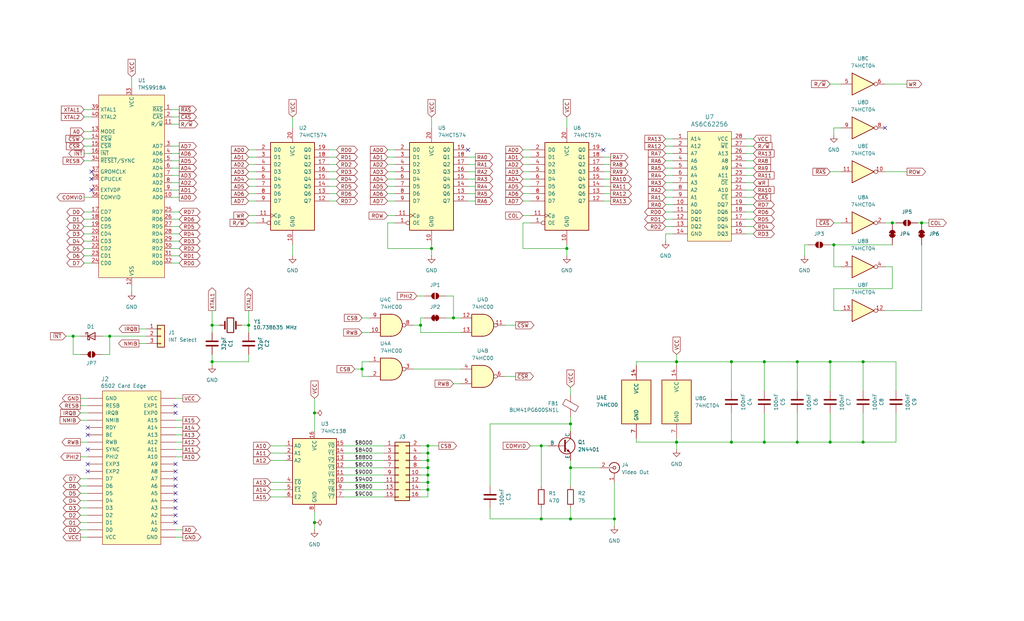
<source format=kicad_sch>
(kicad_sch (version 20231120) (generator "eeschema") (generator_version "8.0")
  (paper "USLegal")
  (title_block (title "6502 Video Card") (date "2024-07-01") (rev "1.0") (company "A.C. Wright Design"))
  (junction (at 254 153.67))
  (junction (at 265.43 153.67))
  (junction (at 148.59 162.56))
  (junction (at 276.86 125.73))
  (junction (at 149.86 86.36))
  (junction (at 109.22 143.51))
  (junction (at 309.88 77.47))
  (junction (at 198.12 180.34))
  (junction (at 276.86 153.67))
  (junction (at 289.56 85.09))
  (junction (at 187.96 180.34))
  (junction (at 198.12 162.56))
  (junction (at 157.48 110.49))
  (junction (at 320.04 77.47))
  (junction (at 148.59 167.64))
  (junction (at 288.29 153.67))
  (junction (at 146.05 113.03))
  (junction (at 73.66 125.73))
  (junction (at 86.36 113.03))
  (junction (at 234.95 153.67))
  (junction (at 254 125.73))
  (junction (at 148.59 165.1))
  (junction (at 198.12 147.32))
  (junction (at 288.29 125.73))
  (junction (at 196.85 86.36))
  (junction (at 299.72 125.73))
  (junction (at 299.72 153.67))
  (junction (at 265.43 125.73))
  (junction (at 148.59 170.18))
  (junction (at 234.95 125.73))
  (junction (at 25.4 116.84))
  (junction (at 73.66 113.03))
  (junction (at 125.73 128.27))
  (junction (at 187.96 154.94))
  (junction (at 38.1 116.84))
  (junction (at 148.59 160.02))
  (junction (at 213.36 180.34))
  (junction (at 148.59 157.48))
  (junction (at 148.59 154.94))
  (junction (at 109.22 181.61))
  (no_connect (at 31.75 59.69))
  (no_connect (at 60.96 179.07))
  (no_connect (at 162.56 52.07))
  (no_connect (at 60.96 163.83))
  (no_connect (at 30.48 163.83))
  (no_connect (at 30.48 151.13))
  (no_connect (at 30.48 148.59))
  (no_connect (at 60.96 166.37))
  (no_connect (at 60.96 173.99))
  (no_connect (at 60.96 168.91))
  (no_connect (at 31.75 66.04))
  (no_connect (at 30.48 156.21))
  (no_connect (at 307.34 44.45))
  (no_connect (at 60.96 181.61))
  (no_connect (at 60.96 176.53))
  (no_connect (at 30.48 161.29))
  (no_connect (at 209.55 52.07))
  (no_connect (at 60.96 143.51))
  (no_connect (at 60.96 140.97))
  (no_connect (at 60.96 171.45))
  (no_connect (at 31.75 62.23))
  (no_connect (at 60.96 161.29))
  (wire (pts (xy 146.05 110.49) (xy 146.05 113.03)))
  (wire (pts (xy 134.62 74.93) (xy 137.16 74.93)))
  (wire (pts (xy 29.21 68.58) (xy 31.75 68.58)))
  (wire (pts (xy 307.34 77.47) (xy 309.88 77.47)))
  (wire (pts (xy 59.69 86.36) (xy 62.23 86.36)))
  (wire (pts (xy 162.56 67.31) (xy 165.1 67.31)))
  (wire (pts (xy 148.59 162.56) (xy 148.59 160.02)))
  (wire (pts (xy 209.55 59.69) (xy 212.09 59.69)))
  (wire (pts (xy 29.21 48.26) (xy 31.75 48.26)))
  (wire (pts (xy 59.69 66.04) (xy 62.23 66.04)))
  (wire (pts (xy 59.69 43.18) (xy 62.23 43.18)))
  (wire (pts (xy 119.38 172.72) (xy 133.35 172.72)))
  (wire (pts (xy 209.55 69.85) (xy 212.09 69.85)))
  (wire (pts (xy 114.3 67.31) (xy 116.84 67.31)))
  (wire (pts (xy 231.14 68.58) (xy 233.68 68.58)))
  (wire (pts (xy 162.56 62.23) (xy 165.1 62.23)))
  (wire (pts (xy 149.86 40.64) (xy 149.86 44.45)))
  (wire (pts (xy 289.56 92.71) (xy 292.1 92.71)))
  (wire (pts (xy 59.69 53.34) (xy 62.23 53.34)))
  (wire (pts (xy 198.12 176.53) (xy 198.12 180.34)))
  (wire (pts (xy 276.86 153.67) (xy 265.43 153.67)))
  (wire (pts (xy 148.59 172.72) (xy 148.59 170.18)))
  (wire (pts (xy 93.98 157.48) (xy 99.06 157.48)))
  (wire (pts (xy 149.86 86.36) (xy 149.86 88.9)))
  (wire (pts (xy 289.56 77.47) (xy 292.1 77.47)))
  (wire (pts (xy 292.1 44.45) (xy 289.56 44.45)))
  (wire (pts (xy 27.94 184.15) (xy 30.48 184.15)))
  (wire (pts (xy 27.94 171.45) (xy 30.48 171.45)))
  (wire (pts (xy 101.6 40.64) (xy 101.6 44.45)))
  (wire (pts (xy 234.95 152.4) (xy 234.95 153.67)))
  (wire (pts (xy 181.61 77.47) (xy 181.61 86.36)))
  (wire (pts (xy 86.36 113.03) (xy 86.36 115.57)))
  (wire (pts (xy 86.36 67.31) (xy 88.9 67.31)))
  (wire (pts (xy 60.96 153.67) (xy 63.5 153.67)))
  (wire (pts (xy 60.96 148.59) (xy 63.5 148.59)))
  (wire (pts (xy 289.56 107.95) (xy 292.1 107.95)))
  (wire (pts (xy 299.72 125.73) (xy 288.29 125.73)))
  (wire (pts (xy 279.4 85.09) (xy 279.4 88.9)))
  (wire (pts (xy 22.86 116.84) (xy 25.4 116.84)))
  (wire (pts (xy 288.29 125.73) (xy 288.29 135.89)))
  (wire (pts (xy 125.73 125.73) (xy 125.73 128.27)))
  (wire (pts (xy 181.61 74.93) (xy 184.15 74.93)))
  (wire (pts (xy 311.15 143.51) (xy 311.15 153.67)))
  (wire (pts (xy 148.59 165.1) (xy 148.59 162.56)))
  (wire (pts (xy 29.21 45.72) (xy 31.75 45.72)))
  (wire (pts (xy 109.22 181.61) (xy 109.22 184.15)))
  (wire (pts (xy 309.88 92.71) (xy 309.88 100.33)))
  (wire (pts (xy 86.36 64.77) (xy 88.9 64.77)))
  (wire (pts (xy 134.62 59.69) (xy 137.16 59.69)))
  (wire (pts (xy 265.43 125.73) (xy 265.43 135.89)))
  (wire (pts (xy 299.72 153.67) (xy 311.15 153.67)))
  (wire (pts (xy 311.15 125.73) (xy 311.15 135.89)))
  (wire (pts (xy 59.69 63.5) (xy 62.23 63.5)))
  (wire (pts (xy 73.66 123.19) (xy 73.66 125.73)))
  (wire (pts (xy 162.56 54.61) (xy 165.1 54.61)))
  (wire (pts (xy 119.38 154.94) (xy 133.35 154.94)))
  (wire (pts (xy 220.98 152.4) (xy 220.98 153.67)))
  (wire (pts (xy 73.66 107.95) (xy 73.66 113.03)))
  (wire (pts (xy 181.61 62.23) (xy 184.15 62.23)))
  (wire (pts (xy 119.38 157.48) (xy 133.35 157.48)))
  (wire (pts (xy 181.61 59.69) (xy 184.15 59.69)))
  (wire (pts (xy 209.55 57.15) (xy 212.09 57.15)))
  (wire (pts (xy 114.3 57.15) (xy 116.84 57.15)))
  (wire (pts (xy 148.59 167.64) (xy 148.59 165.1)))
  (wire (pts (xy 73.66 125.73) (xy 73.66 127)))
  (wire (pts (xy 187.96 154.94) (xy 187.96 168.91)))
  (wire (pts (xy 125.73 128.27) (xy 125.73 130.81)))
  (wire (pts (xy 27.94 168.91) (xy 30.48 168.91)))
  (wire (pts (xy 209.55 62.23) (xy 212.09 62.23)))
  (wire (pts (xy 59.69 91.44) (xy 62.23 91.44)))
  (wire (pts (xy 29.21 73.66) (xy 31.75 73.66)))
  (wire (pts (xy 27.94 176.53) (xy 30.48 176.53)))
  (wire (pts (xy 259.08 63.5) (xy 261.62 63.5)))
  (wire (pts (xy 259.08 71.12) (xy 261.62 71.12)))
  (wire (pts (xy 134.62 86.36) (xy 149.86 86.36)))
  (wire (pts (xy 233.68 81.28) (xy 231.14 81.28)))
  (wire (pts (xy 220.98 125.73) (xy 234.95 125.73)))
  (wire (pts (xy 148.59 154.94) (xy 152.4 154.94)))
  (wire (pts (xy 29.21 55.88) (xy 31.75 55.88)))
  (wire (pts (xy 198.12 134.62) (xy 198.12 137.16)))
  (wire (pts (xy 209.55 64.77) (xy 212.09 64.77)))
  (wire (pts (xy 27.94 158.75) (xy 30.48 158.75)))
  (wire (pts (xy 184.15 77.47) (xy 181.61 77.47)))
  (wire (pts (xy 309.88 77.47) (xy 311.15 77.47)))
  (wire (pts (xy 59.69 40.64) (xy 62.23 40.64)))
  (wire (pts (xy 29.21 88.9) (xy 31.75 88.9)))
  (wire (pts (xy 254 153.67) (xy 234.95 153.67)))
  (wire (pts (xy 86.36 74.93) (xy 88.9 74.93)))
  (wire (pts (xy 234.95 125.73) (xy 234.95 127)))
  (wire (pts (xy 170.18 168.91) (xy 170.18 147.32)))
  (wire (pts (xy 119.38 165.1) (xy 133.35 165.1)))
  (wire (pts (xy 265.43 153.67) (xy 254 153.67)))
  (wire (pts (xy 198.12 180.34) (xy 213.36 180.34)))
  (wire (pts (xy 134.62 52.07) (xy 137.16 52.07)))
  (wire (pts (xy 27.94 173.99) (xy 30.48 173.99)))
  (wire (pts (xy 234.95 123.19) (xy 234.95 125.73)))
  (wire (pts (xy 59.69 58.42) (xy 62.23 58.42)))
  (wire (pts (xy 149.86 85.09) (xy 149.86 86.36)))
  (wire (pts (xy 114.3 64.77) (xy 116.84 64.77)))
  (wire (pts (xy 59.69 38.1) (xy 62.23 38.1)))
  (wire (pts (xy 29.21 78.74) (xy 31.75 78.74)))
  (wire (pts (xy 60.96 184.15) (xy 63.5 184.15)))
  (wire (pts (xy 154.94 102.87) (xy 157.48 102.87)))
  (wire (pts (xy 254 125.73) (xy 234.95 125.73)))
  (wire (pts (xy 114.3 69.85) (xy 116.84 69.85)))
  (wire (pts (xy 123.19 128.27) (xy 125.73 128.27)))
  (wire (pts (xy 73.66 113.03) (xy 73.66 115.57)))
  (wire (pts (xy 181.61 52.07) (xy 184.15 52.07)))
  (wire (pts (xy 125.73 115.57) (xy 128.27 115.57)))
  (wire (pts (xy 143.51 128.27) (xy 160.02 128.27)))
  (wire (pts (xy 231.14 63.5) (xy 233.68 63.5)))
  (wire (pts (xy 196.85 86.36) (xy 196.85 88.9)))
  (wire (pts (xy 259.08 66.04) (xy 261.62 66.04)))
  (wire (pts (xy 60.96 138.43) (xy 63.5 138.43)))
  (wire (pts (xy 86.36 125.73) (xy 86.36 123.19)))
  (wire (pts (xy 231.14 66.04) (xy 233.68 66.04)))
  (wire (pts (xy 48.26 119.38) (xy 50.8 119.38)))
  (wire (pts (xy 148.59 160.02) (xy 148.59 157.48)))
  (wire (pts (xy 59.69 60.96) (xy 62.23 60.96)))
  (wire (pts (xy 27.94 138.43) (xy 30.48 138.43)))
  (wire (pts (xy 198.12 162.56) (xy 208.28 162.56)))
  (wire (pts (xy 27.94 143.51) (xy 30.48 143.51)))
  (wire (pts (xy 146.05 154.94) (xy 148.59 154.94)))
  (wire (pts (xy 154.94 110.49) (xy 157.48 110.49)))
  (wire (pts (xy 45.72 99.06) (xy 45.72 101.6)))
  (wire (pts (xy 162.56 57.15) (xy 165.1 57.15)))
  (wire (pts (xy 27.94 140.97) (xy 30.48 140.97)))
  (wire (pts (xy 114.3 62.23) (xy 116.84 62.23)))
  (wire (pts (xy 86.36 57.15) (xy 88.9 57.15)))
  (wire (pts (xy 128.27 125.73) (xy 125.73 125.73)))
  (wire (pts (xy 276.86 125.73) (xy 265.43 125.73)))
  (wire (pts (xy 137.16 77.47) (xy 134.62 77.47)))
  (wire (pts (xy 157.48 102.87) (xy 157.48 110.49)))
  (wire (pts (xy 279.4 85.09) (xy 280.67 85.09)))
  (wire (pts (xy 109.22 143.51) (xy 109.22 138.43)))
  (wire (pts (xy 134.62 57.15) (xy 137.16 57.15)))
  (wire (pts (xy 134.62 62.23) (xy 137.16 62.23)))
  (wire (pts (xy 259.08 55.88) (xy 261.62 55.88)))
  (wire (pts (xy 288.29 29.21) (xy 292.1 29.21)))
  (wire (pts (xy 181.61 57.15) (xy 184.15 57.15)))
  (wire (pts (xy 259.08 81.28) (xy 261.62 81.28)))
  (wire (pts (xy 162.56 64.77) (xy 165.1 64.77)))
  (wire (pts (xy 27.94 186.69) (xy 30.48 186.69)))
  (wire (pts (xy 259.08 48.26) (xy 261.62 48.26)))
  (wire (pts (xy 59.69 76.2) (xy 62.23 76.2)))
  (wire (pts (xy 288.29 59.69) (xy 292.1 59.69)))
  (wire (pts (xy 60.96 186.69) (xy 63.5 186.69)))
  (wire (pts (xy 86.36 54.61) (xy 88.9 54.61)))
  (wire (pts (xy 29.21 76.2) (xy 31.75 76.2)))
  (wire (pts (xy 93.98 167.64) (xy 99.06 167.64)))
  (wire (pts (xy 170.18 147.32) (xy 198.12 147.32)))
  (wire (pts (xy 231.14 53.34) (xy 233.68 53.34)))
  (wire (pts (xy 73.66 125.73) (xy 86.36 125.73)))
  (wire (pts (xy 289.56 85.09) (xy 289.56 92.71)))
  (wire (pts (xy 213.36 180.34) (xy 213.36 182.88)))
  (wire (pts (xy 29.21 50.8) (xy 31.75 50.8)))
  (wire (pts (xy 27.94 166.37) (xy 30.48 166.37)))
  (wire (pts (xy 299.72 153.67) (xy 288.29 153.67)))
  (wire (pts (xy 231.14 71.12) (xy 233.68 71.12)))
  (wire (pts (xy 318.77 77.47) (xy 320.04 77.47)))
  (wire (pts (xy 35.56 123.19) (xy 38.1 123.19)))
  (wire (pts (xy 309.88 100.33) (xy 289.56 100.33)))
  (wire (pts (xy 114.3 59.69) (xy 116.84 59.69)))
  (wire (pts (xy 288.29 85.09) (xy 289.56 85.09)))
  (wire (pts (xy 93.98 160.02) (xy 99.06 160.02)))
  (wire (pts (xy 175.26 113.03) (xy 179.07 113.03)))
  (wire (pts (xy 231.14 48.26) (xy 233.68 48.26)))
  (wire (pts (xy 307.34 59.69) (xy 314.96 59.69)))
  (wire (pts (xy 60.96 146.05) (xy 63.5 146.05)))
  (wire (pts (xy 114.3 54.61) (xy 116.84 54.61)))
  (wire (pts (xy 198.12 144.78) (xy 198.12 147.32)))
  (wire (pts (xy 29.21 83.82) (xy 31.75 83.82)))
  (wire (pts (xy 27.94 153.67) (xy 30.48 153.67)))
  (wire (pts (xy 27.94 181.61) (xy 30.48 181.61)))
  (wire (pts (xy 148.59 157.48) (xy 146.05 157.48)))
  (wire (pts (xy 162.56 59.69) (xy 165.1 59.69)))
  (wire (pts (xy 181.61 69.85) (xy 184.15 69.85)))
  (wire (pts (xy 146.05 160.02) (xy 148.59 160.02)))
  (wire (pts (xy 93.98 172.72) (xy 99.06 172.72)))
  (wire (pts (xy 265.43 125.73) (xy 254 125.73)))
  (wire (pts (xy 59.69 73.66) (xy 62.23 73.66)))
  (wire (pts (xy 25.4 116.84) (xy 27.94 116.84)))
  (wire (pts (xy 184.15 154.94) (xy 187.96 154.94)))
  (wire (pts (xy 60.96 156.21) (xy 63.5 156.21)))
  (wire (pts (xy 25.4 123.19) (xy 27.94 123.19)))
  (wire (pts (xy 38.1 116.84) (xy 35.56 116.84)))
  (wire (pts (xy 27.94 146.05) (xy 30.48 146.05)))
  (wire (pts (xy 109.22 177.8) (xy 109.22 181.61)))
  (wire (pts (xy 114.3 52.07) (xy 116.84 52.07)))
  (wire (pts (xy 157.48 110.49) (xy 160.02 110.49)))
  (wire (pts (xy 119.38 160.02) (xy 133.35 160.02)))
  (wire (pts (xy 59.69 55.88) (xy 62.23 55.88)))
  (wire (pts (xy 86.36 77.47) (xy 88.9 77.47)))
  (wire (pts (xy 148.59 157.48) (xy 148.59 154.94)))
  (wire (pts (xy 299.72 135.89) (xy 299.72 125.73)))
  (wire (pts (xy 259.08 60.96) (xy 261.62 60.96)))
  (wire (pts (xy 93.98 154.94) (xy 99.06 154.94)))
  (wire (pts (xy 220.98 153.67) (xy 234.95 153.67)))
  (wire (pts (xy 38.1 123.19) (xy 38.1 116.84)))
  (wire (pts (xy 146.05 113.03) (xy 146.05 115.57)))
  (wire (pts (xy 187.96 176.53) (xy 187.96 180.34)))
  (wire (pts (xy 148.59 165.1) (xy 146.05 165.1)))
  (wire (pts (xy 119.38 162.56) (xy 133.35 162.56)))
  (wire (pts (xy 320.04 77.47) (xy 322.58 77.47)))
  (wire (pts (xy 265.43 143.51) (xy 265.43 153.67)))
  (wire (pts (xy 101.6 85.09) (xy 101.6 88.9)))
  (wire (pts (xy 259.08 53.34) (xy 261.62 53.34)))
  (wire (pts (xy 209.55 54.61) (xy 212.09 54.61)))
  (wire (pts (xy 45.72 26.67) (xy 45.72 30.48)))
  (wire (pts (xy 148.59 170.18) (xy 148.59 167.64)))
  (wire (pts (xy 109.22 143.51) (xy 109.22 149.86)))
  (wire (pts (xy 143.51 113.03) (xy 146.05 113.03)))
  (wire (pts (xy 59.69 68.58) (xy 62.23 68.58)))
  (wire (pts (xy 307.34 92.71) (xy 309.88 92.71)))
  (wire (pts (xy 59.69 81.28) (xy 62.23 81.28)))
  (wire (pts (xy 25.4 116.84) (xy 25.4 123.19)))
  (wire (pts (xy 307.34 29.21) (xy 314.96 29.21)))
  (wire (pts (xy 175.26 130.81) (xy 179.07 130.81)))
  (wire (pts (xy 29.21 53.34) (xy 31.75 53.34)))
  (wire (pts (xy 181.61 67.31) (xy 184.15 67.31)))
  (wire (pts (xy 29.21 81.28) (xy 31.75 81.28)))
  (wire (pts (xy 254 125.73) (xy 254 135.89)))
  (wire (pts (xy 134.62 64.77) (xy 137.16 64.77)))
  (wire (pts (xy 93.98 170.18) (xy 99.06 170.18)))
  (wire (pts (xy 162.56 69.85) (xy 165.1 69.85)))
  (wire (pts (xy 198.12 160.02) (xy 198.12 162.56)))
  (wire (pts (xy 276.86 125.73) (xy 276.86 135.89)))
  (wire (pts (xy 289.56 44.45) (xy 289.56 46.99)))
  (wire (pts (xy 125.73 110.49) (xy 128.27 110.49)))
  (wire (pts (xy 181.61 64.77) (xy 184.15 64.77)))
  (wire (pts (xy 231.14 78.74) (xy 233.68 78.74)))
  (wire (pts (xy 134.62 67.31) (xy 137.16 67.31)))
  (wire (pts (xy 119.38 167.64) (xy 133.35 167.64)))
  (wire (pts (xy 148.59 170.18) (xy 146.05 170.18)))
  (wire (pts (xy 157.48 133.35) (xy 160.02 133.35)))
  (wire (pts (xy 86.36 59.69) (xy 88.9 59.69)))
  (wire (pts (xy 148.59 167.64) (xy 146.05 167.64)))
  (wire (pts (xy 60.96 151.13) (xy 63.5 151.13)))
  (wire (pts (xy 299.72 143.51) (xy 299.72 153.67)))
  (wire (pts (xy 170.18 176.53) (xy 170.18 180.34)))
  (wire (pts (xy 125.73 130.81) (xy 128.27 130.81)))
  (wire (pts (xy 254 143.51) (xy 254 153.67)))
  (wire (pts (xy 76.2 113.03) (xy 73.66 113.03)))
  (wire (pts (xy 307.34 107.95) (xy 320.04 107.95)))
  (wire (pts (xy 86.36 52.07) (xy 88.9 52.07)))
  (wire (pts (xy 134.62 69.85) (xy 137.16 69.85)))
  (wire (pts (xy 59.69 88.9) (xy 62.23 88.9)))
  (wire (pts (xy 231.14 81.28) (xy 231.14 83.82)))
  (wire (pts (xy 29.21 91.44) (xy 31.75 91.44)))
  (wire (pts (xy 59.69 78.74) (xy 62.23 78.74)))
  (wire (pts (xy 198.12 162.56) (xy 198.12 168.91)))
  (wire (pts (xy 231.14 50.8) (xy 233.68 50.8)))
  (wire (pts (xy 231.14 60.96) (xy 233.68 60.96)))
  (wire (pts (xy 320.04 85.09) (xy 320.04 107.95)))
  (wire (pts (xy 29.21 38.1) (xy 31.75 38.1)))
  (wire (pts (xy 196.85 85.09) (xy 196.85 86.36)))
  (wire (pts (xy 276.86 143.51) (xy 276.86 153.67)))
  (wire (pts (xy 144.78 102.87) (xy 147.32 102.87)))
  (wire (pts (xy 38.1 116.84) (xy 50.8 116.84)))
  (wire (pts (xy 231.14 58.42) (xy 233.68 58.42)))
  (wire (pts (xy 259.08 78.74) (xy 261.62 78.74)))
  (wire (pts (xy 288.29 143.51) (xy 288.29 153.67)))
  (wire (pts (xy 288.29 153.67) (xy 276.86 153.67)))
  (wire (pts (xy 29.21 86.36) (xy 31.75 86.36)))
  (wire (pts (xy 148.59 162.56) (xy 146.05 162.56)))
  (wire (pts (xy 234.95 153.67) (xy 234.95 156.21)))
  (wire (pts (xy 209.55 67.31) (xy 212.09 67.31)))
  (wire (pts (xy 86.36 62.23) (xy 88.9 62.23)))
  (wire (pts (xy 86.36 107.95) (xy 86.36 113.03)))
  (wire (pts (xy 220.98 127) (xy 220.98 125.73)))
  (wire (pts (xy 259.08 50.8) (xy 261.62 50.8)))
  (wire (pts (xy 60.96 158.75) (xy 63.5 158.75)))
  (wire (pts (xy 134.62 54.61) (xy 137.16 54.61)))
  (wire (pts (xy 190.5 154.94) (xy 187.96 154.94)))
  (wire (pts (xy 48.26 114.3) (xy 50.8 114.3)))
  (wire (pts (xy 259.08 68.58) (xy 261.62 68.58)))
  (wire (pts (xy 289.56 100.33) (xy 289.56 107.95)))
  (wire (pts (xy 198.12 147.32) (xy 198.12 149.86)))
  (wire (pts (xy 147.32 110.49) (xy 146.05 110.49)))
  (wire (pts (xy 231.14 55.88) (xy 233.68 55.88)))
  (wire (pts (xy 59.69 83.82) (xy 62.23 83.82)))
  (wire (pts (xy 146.05 172.72) (xy 148.59 172.72)))
  (wire (pts (xy 146.05 115.57) (xy 160.02 115.57)))
  (wire (pts (xy 27.94 179.07) (xy 30.48 179.07)))
  (wire (pts (xy 259.08 73.66) (xy 261.62 73.66)))
  (wire (pts (xy 299.72 125.73) (xy 311.15 125.73)))
  (wire (pts (xy 213.36 167.64) (xy 213.36 180.34)))
  (wire (pts (xy 119.38 170.18) (xy 133.35 170.18)))
  (wire (pts (xy 259.08 58.42) (xy 261.62 58.42)))
  (wire (pts (xy 259.08 76.2) (xy 261.62 76.2)))
  (wire (pts (xy 86.36 69.85) (xy 88.9 69.85)))
  (wire (pts (xy 83.82 113.03) (xy 86.36 113.03)))
  (wire (pts (xy 231.14 73.66) (xy 233.68 73.66)))
  (wire (pts (xy 134.62 77.47) (xy 134.62 86.36)))
  (wire (pts (xy 187.96 180.34) (xy 198.12 180.34)))
  (wire (pts (xy 196.85 40.64) (xy 196.85 44.45)))
  (wire (pts (xy 181.61 54.61) (xy 184.15 54.61)))
  (wire (pts (xy 59.69 50.8) (xy 62.23 50.8)))
  (wire (pts (xy 29.21 40.64) (xy 31.75 40.64)))
  (wire (pts (xy 181.61 86.36) (xy 196.85 86.36)))
  (wire (pts (xy 289.56 85.09) (xy 309.88 85.09)))
  (wire (pts (xy 170.18 180.34) (xy 187.96 180.34)))
  (wire (pts (xy 231.14 76.2) (xy 233.68 76.2)))
  (wire (pts (xy 288.29 125.73) (xy 276.86 125.73)))
  (label "$8400" (at 123.19 157.48 0))
  (label "$9C00" (at 123.19 172.72 0))
  (label "$9000" (at 123.19 165.1 0))
  (label "$8800" (at 123.19 160.02 0))
  (label "$8000" (at 123.19 154.94 0))
  (label "$9400" (at 123.19 167.64 0))
  (label "$9800" (at 123.19 170.18 0))
  (label "$8C00" (at 123.19 162.56 0))
  (global_label "AD4" (shape input) (at 86.36 62.23 180) (property "Intersheetrefs" "${INTERSHEET_REFS}" (effects (hide yes))))
  (global_label "D5" (shape bidirectional) (at 27.94 171.45 180) (property "Intersheetrefs" "${INTERSHEET_REFS}" (effects (hide yes))))
  (global_label "RA10" (shape input) (at 261.62 66.04 0) (property "Intersheetrefs" "${INTERSHEET_REFS}" (effects (hide yes))))
  (global_label "RD4" (shape bidirectional) (at 62.23 81.28 0) (property "Intersheetrefs" "${INTERSHEET_REFS}" (effects (hide yes))))
  (global_label "AD2" (shape input) (at 86.36 57.15 180) (property "Intersheetrefs" "${INTERSHEET_REFS}" (effects (hide yes))))
  (global_label "WR" (shape output) (at 314.96 29.21 0) (property "Intersheetrefs" "${INTERSHEET_REFS}" (effects (hide yes))))
  (global_label "IRQB" (shape input) (at 27.94 143.51 180) (property "Intersheetrefs" "${INTERSHEET_REFS}" (effects (hide yes))))
  (global_label "A11" (shape input) (at 93.98 157.48 180) (property "Intersheetrefs" "${INTERSHEET_REFS}" (effects (hide yes))))
  (global_label "COMVID" (shape output) (at 29.21 68.58 180) (property "Intersheetrefs" "${INTERSHEET_REFS}" (effects (hide yes))))
  (global_label "COMVID" (shape input) (at 184.15 154.94 180) (property "Intersheetrefs" "${INTERSHEET_REFS}" (effects (hide yes))))
  (global_label "AD1" (shape input) (at 86.36 54.61 180) (property "Intersheetrefs" "${INTERSHEET_REFS}" (effects (hide yes))))
  (global_label "AD2" (shape output) (at 62.23 63.5 0) (property "Intersheetrefs" "${INTERSHEET_REFS}" (effects (hide yes))))
  (global_label "AD7" (shape output) (at 62.23 50.8 0) (property "Intersheetrefs" "${INTERSHEET_REFS}" (effects (hide yes))))
  (global_label "WR" (shape input) (at 261.62 63.5 0) (property "Intersheetrefs" "${INTERSHEET_REFS}" (effects (hide yes))))
  (global_label "RD2" (shape bidirectional) (at 116.84 57.15 0) (property "Intersheetrefs" "${INTERSHEET_REFS}" (effects (hide yes))))
  (global_label "RA8" (shape output) (at 212.09 57.15 0) (property "Intersheetrefs" "${INTERSHEET_REFS}" (effects (hide yes))))
  (global_label "AD3" (shape input) (at 181.61 59.69 180) (property "Intersheetrefs" "${INTERSHEET_REFS}" (effects (hide yes))))
  (global_label "RD7" (shape bidirectional) (at 62.23 73.66 0) (property "Intersheetrefs" "${INTERSHEET_REFS}" (effects (hide yes))))
  (global_label "VCC" (shape input) (at 198.12 134.62 90) (property "Intersheetrefs" "${INTERSHEET_REFS}" (effects (hide yes))))
  (global_label "VCC" (shape input) (at 261.62 48.26 0) (property "Intersheetrefs" "${INTERSHEET_REFS}" (effects (hide yes))))
  (global_label "A13" (shape output) (at 63.5 151.13 0) (property "Intersheetrefs" "${INTERSHEET_REFS}" (effects (hide yes))))
  (global_label "VCC" (shape input) (at 109.22 138.43 90) (property "Intersheetrefs" "${INTERSHEET_REFS}" (effects (hide yes))))
  (global_label "A12" (shape input) (at 93.98 160.02 180) (property "Intersheetrefs" "${INTERSHEET_REFS}" (effects (hide yes))))
  (global_label "NMIB" (shape output) (at 48.26 119.38 180) (property "Intersheetrefs" "${INTERSHEET_REFS}" (effects (hide yes))))
  (global_label "RD3" (shape bidirectional) (at 62.23 83.82 0) (property "Intersheetrefs" "${INTERSHEET_REFS}" (effects (hide yes))))
  (global_label "AD2" (shape input) (at 181.61 57.15 180) (property "Intersheetrefs" "${INTERSHEET_REFS}" (effects (hide yes))))
  (global_label "RWB" (shape input) (at 157.48 133.35 180) (property "Intersheetrefs" "${INTERSHEET_REFS}" (effects (hide yes))))
  (global_label "RA12" (shape input) (at 231.14 50.8 180) (property "Intersheetrefs" "${INTERSHEET_REFS}" (effects (hide yes))))
  (global_label "A13" (shape input) (at 93.98 167.64 180) (property "Intersheetrefs" "${INTERSHEET_REFS}" (effects (hide yes))))
  (global_label "RA8" (shape input) (at 261.62 55.88 0) (property "Intersheetrefs" "${INTERSHEET_REFS}" (effects (hide yes))))
  (global_label "AD4" (shape input) (at 181.61 62.23 180) (property "Intersheetrefs" "${INTERSHEET_REFS}" (effects (hide yes))))
  (global_label "RD2" (shape bidirectional) (at 231.14 78.74 180) (property "Intersheetrefs" "${INTERSHEET_REFS}" (effects (hide yes))))
  (global_label "VCC" (shape input) (at 196.85 40.64 90) (property "Intersheetrefs" "${INTERSHEET_REFS}" (effects (hide yes))))
  (global_label "~{CAS}" (shape input) (at 261.62 68.58 0) (property "Intersheetrefs" "${INTERSHEET_REFS}" (effects (hide yes))))
  (global_label "XTAL2" (shape input) (at 29.21 40.64 180) (property "Intersheetrefs" "${INTERSHEET_REFS}" (effects (hide yes))))
  (global_label "WR" (shape input) (at 86.36 74.93 180) (property "Intersheetrefs" "${INTERSHEET_REFS}" (effects (hide yes))))
  (global_label "R{slash}~{W}" (shape output) (at 62.23 43.18 0) (property "Intersheetrefs" "${INTERSHEET_REFS}" (effects (hide yes))))
  (global_label "AD1" (shape output) (at 62.23 66.04 0) (property "Intersheetrefs" "${INTERSHEET_REFS}" (effects (hide yes))))
  (global_label "VCC" (shape input) (at 45.72 26.67 90) (property "Intersheetrefs" "${INTERSHEET_REFS}" (effects (hide yes))))
  (global_label "ROW" (shape output) (at 314.96 59.69 0) (property "Intersheetrefs" "${INTERSHEET_REFS}" (effects (hide yes))))
  (global_label "~{CAS}" (shape output) (at 62.23 40.64 0) (property "Intersheetrefs" "${INTERSHEET_REFS}" (effects (hide yes))))
  (global_label "~{CSW}" (shape output) (at 179.07 113.03 0) (property "Intersheetrefs" "${INTERSHEET_REFS}" (effects (hide yes))))
  (global_label "D1" (shape bidirectional) (at 27.94 181.61 180) (property "Intersheetrefs" "${INTERSHEET_REFS}" (effects (hide yes))))
  (global_label "ROW" (shape input) (at 134.62 74.93 180) (property "Intersheetrefs" "${INTERSHEET_REFS}" (effects (hide yes))))
  (global_label "D3" (shape bidirectional) (at 29.21 81.28 180) (property "Intersheetrefs" "${INTERSHEET_REFS}" (effects (hide yes))))
  (global_label "RD7" (shape bidirectional) (at 116.84 69.85 0) (property "Intersheetrefs" "${INTERSHEET_REFS}" (effects (hide yes))))
  (global_label "VCC" (shape input) (at 234.95 123.19 90) (property "Intersheetrefs" "${INTERSHEET_REFS}" (effects (hide yes))))
  (global_label "R{slash}~{W}" (shape input) (at 261.62 50.8 0) (property "Intersheetrefs" "${INTERSHEET_REFS}" (effects (hide yes))))
  (global_label "AD5" (shape input) (at 86.36 64.77 180) (property "Intersheetrefs" "${INTERSHEET_REFS}" (effects (hide yes))))
  (global_label "RA4" (shape output) (at 165.1 64.77 0) (property "Intersheetrefs" "${INTERSHEET_REFS}" (effects (hide yes))))
  (global_label "CSB" (shape input) (at 123.19 128.27 180) (property "Intersheetrefs" "${INTERSHEET_REFS}" (effects (hide yes))))
  (global_label "RD2" (shape bidirectional) (at 62.23 86.36 0) (property "Intersheetrefs" "${INTERSHEET_REFS}" (effects (hide yes))))
  (global_label "AD5" (shape input) (at 181.61 64.77 180) (property "Intersheetrefs" "${INTERSHEET_REFS}" (effects (hide yes))))
  (global_label "A15" (shape output) (at 63.5 146.05 0) (property "Intersheetrefs" "${INTERSHEET_REFS}" (effects (hide yes))))
  (global_label "RD5" (shape bidirectional) (at 116.84 64.77 0) (property "Intersheetrefs" "${INTERSHEET_REFS}" (effects (hide yes))))
  (global_label "RA13" (shape input) (at 261.62 53.34 0) (property "Intersheetrefs" "${INTERSHEET_REFS}" (effects (hide yes))))
  (global_label "VCC" (shape output) (at 27.94 186.69 180) (property "Intersheetrefs" "${INTERSHEET_REFS}" (effects (hide yes))))
  (global_label "A14" (shape output) (at 63.5 148.59 0) (property "Intersheetrefs" "${INTERSHEET_REFS}" (effects (hide yes))))
  (global_label "D3" (shape bidirectional) (at 27.94 176.53 180) (property "Intersheetrefs" "${INTERSHEET_REFS}" (effects (hide yes))))
  (global_label "AD0" (shape output) (at 62.23 68.58 0) (property "Intersheetrefs" "${INTERSHEET_REFS}" (effects (hide yes))))
  (global_label "AD5" (shape input) (at 134.62 64.77 180) (property "Intersheetrefs" "${INTERSHEET_REFS}" (effects (hide yes))))
  (global_label "A14" (shape input) (at 93.98 170.18 180) (property "Intersheetrefs" "${INTERSHEET_REFS}" (effects (hide yes))))
  (global_label "D6" (shape bidirectional) (at 29.21 88.9 180) (property "Intersheetrefs" "${INTERSHEET_REFS}" (effects (hide yes))))
  (global_label "AD6" (shape input) (at 134.62 67.31 180) (property "Intersheetrefs" "${INTERSHEET_REFS}" (effects (hide yes))))
  (global_label "GND" (shape output) (at 63.5 186.69 0) (property "Intersheetrefs" "${INTERSHEET_REFS}" (effects (hide yes))))
  (global_label "RA6" (shape input) (at 231.14 55.88 180) (property "Intersheetrefs" "${INTERSHEET_REFS}" (effects (hide yes))))
  (global_label "AD1" (shape input) (at 181.61 54.61 180) (property "Intersheetrefs" "${INTERSHEET_REFS}" (effects (hide yes))))
  (global_label "AD2" (shape input) (at 134.62 57.15 180) (property "Intersheetrefs" "${INTERSHEET_REFS}" (effects (hide yes))))
  (global_label "A10" (shape input) (at 93.98 154.94 180) (property "Intersheetrefs" "${INTERSHEET_REFS}" (effects (hide yes))))
  (global_label "D0" (shape bidirectional) (at 29.21 73.66 180) (property "Intersheetrefs" "${INTERSHEET_REFS}" (effects (hide yes))))
  (global_label "AD0" (shape input) (at 86.36 52.07 180) (property "Intersheetrefs" "${INTERSHEET_REFS}" (effects (hide yes))))
  (global_label "RD1" (shape bidirectional) (at 231.14 76.2 180) (property "Intersheetrefs" "${INTERSHEET_REFS}" (effects (hide yes))))
  (global_label "RD7" (shape bidirectional) (at 261.62 71.12 0) (property "Intersheetrefs" "${INTERSHEET_REFS}" (effects (hide yes))))
  (global_label "AD6" (shape input) (at 181.61 67.31 180) (property "Intersheetrefs" "${INTERSHEET_REFS}" (effects (hide yes))))
  (global_label "RD0" (shape bidirectional) (at 116.84 52.07 0) (property "Intersheetrefs" "${INTERSHEET_REFS}" (effects (hide yes))))
  (global_label "~{CSR}" (shape output) (at 179.07 130.81 0) (property "Intersheetrefs" "${INTERSHEET_REFS}" (effects (hide yes))))
  (global_label "RD6" (shape bidirectional) (at 62.23 76.2 0) (property "Intersheetrefs" "${INTERSHEET_REFS}" (effects (hide yes))))
  (global_label "IRQB" (shape output) (at 48.26 114.3 180) (property "Intersheetrefs" "${INTERSHEET_REFS}" (effects (hide yes))))
  (global_label "RWB" (shape output) (at 27.94 153.67 180) (property "Intersheetrefs" "${INTERSHEET_REFS}" (effects (hide yes))))
  (global_label "D1" (shape bidirectional) (at 29.21 76.2 180) (property "Intersheetrefs" "${INTERSHEET_REFS}" (effects (hide yes))))
  (global_label "RA0" (shape output) (at 165.1 54.61 0) (property "Intersheetrefs" "${INTERSHEET_REFS}" (effects (hide yes))))
  (global_label "RA0" (shape input) (at 231.14 71.12 180) (property "Intersheetrefs" "${INTERSHEET_REFS}" (effects (hide yes))))
  (global_label "RA7" (shape output) (at 212.09 54.61 0) (property "Intersheetrefs" "${INTERSHEET_REFS}" (effects (hide yes))))
  (global_label "D7" (shape bidirectional) (at 29.21 91.44 180) (property "Intersheetrefs" "${INTERSHEET_REFS}" (effects (hide yes))))
  (global_label "RA13" (shape input) (at 231.14 48.26 180) (property "Intersheetrefs" "${INTERSHEET_REFS}" (effects (hide yes))))
  (global_label "AD5" (shape output) (at 62.23 55.88 0) (property "Intersheetrefs" "${INTERSHEET_REFS}" (effects (hide yes))))
  (global_label "RD5" (shape bidirectional) (at 62.23 78.74 0) (property "Intersheetrefs" "${INTERSHEET_REFS}" (effects (hide yes))))
  (global_label "D2" (shape bidirectional) (at 27.94 179.07 180) (property "Intersheetrefs" "${INTERSHEET_REFS}" (effects (hide yes))))
  (global_label "A0" (shape input) (at 29.21 45.72 180) (property "Intersheetrefs" "${INTERSHEET_REFS}" (effects (hide yes))))
  (global_label "RA5" (shape output) (at 165.1 67.31 0) (property "Intersheetrefs" "${INTERSHEET_REFS}" (effects (hide yes))))
  (global_label "A0" (shape output) (at 63.5 184.15 0) (property "Intersheetrefs" "${INTERSHEET_REFS}" (effects (hide yes))))
  (global_label "D2" (shape bidirectional) (at 29.21 78.74 180) (property "Intersheetrefs" "${INTERSHEET_REFS}" (effects (hide yes))))
  (global_label "RA1" (shape output) (at 165.1 57.15 0) (property "Intersheetrefs" "${INTERSHEET_REFS}" (effects (hide yes))))
  (global_label "RD3" (shape bidirectional) (at 116.84 59.69 0) (property "Intersheetrefs" "${INTERSHEET_REFS}" (effects (hide yes))))
  (global_label "D7" (shape bidirectional) (at 27.94 166.37 180) (property "Intersheetrefs" "${INTERSHEET_REFS}" (effects (hide yes))))
  (global_label "RD6" (shape bidirectional) (at 261.62 73.66 0) (property "Intersheetrefs" "${INTERSHEET_REFS}" (effects (hide yes))))
  (global_label "RD0" (shape bidirectional) (at 62.23 91.44 0) (property "Intersheetrefs" "${INTERSHEET_REFS}" (effects (hide yes))))
  (global_label "RA2" (shape output) (at 165.1 59.69 0) (property "Intersheetrefs" "${INTERSHEET_REFS}" (effects (hide yes))))
  (global_label "RA3" (shape input) (at 231.14 63.5 180) (property "Intersheetrefs" "${INTERSHEET_REFS}" (effects (hide yes))))
  (global_label "COL" (shape output) (at 322.58 77.47 0) (property "Intersheetrefs" "${INTERSHEET_REFS}" (effects (hide yes))))
  (global_label "RD0" (shape bidirectional) (at 231.14 73.66 180) (property "Intersheetrefs" "${INTERSHEET_REFS}" (effects (hide yes))))
  (global_label "AD7" (shape input) (at 134.62 69.85 180) (property "Intersheetrefs" "${INTERSHEET_REFS}" (effects (hide yes))))
  (global_label "RD4" (shape bidirectional) (at 261.62 78.74 0) (property "Intersheetrefs" "${INTERSHEET_REFS}" (effects (hide yes))))
  (global_label "VCC" (shape input) (at 149.86 40.64 90) (property "Intersheetrefs" "${INTERSHEET_REFS}" (effects (hide yes))))
  (global_label "AD0" (shape input) (at 181.61 52.07 180) (property "Intersheetrefs" "${INTERSHEET_REFS}" (effects (hide yes))))
  (global_label "RA9" (shape output) (at 212.09 59.69 0) (property "Intersheetrefs" "${INTERSHEET_REFS}" (effects (hide yes))))
  (global_label "PHI2" (shape output) (at 27.94 158.75 180) (property "Intersheetrefs" "${INTERSHEET_REFS}" (effects (hide yes))))
  (global_label "D6" (shape bidirectional) (at 27.94 168.91 180) (property "Intersheetrefs" "${INTERSHEET_REFS}" (effects (hide yes))))
  (global_label "RA9" (shape input) (at 261.62 58.42 0) (property "Intersheetrefs" "${INTERSHEET_REFS}" (effects (hide yes))))
  (global_label "RA3" (shape output) (at 165.1 62.23 0) (property "Intersheetrefs" "${INTERSHEET_REFS}" (effects (hide yes))))
  (global_label "CSB" (shape output) (at 152.4 154.94 0) (property "Intersheetrefs" "${INTERSHEET_REFS}" (effects (hide yes))))
  (global_label "XTAL1" (shape output) (at 73.66 107.95 90) (property "Intersheetrefs" "${INTERSHEET_REFS}" (effects (hide yes))))
  (global_label "AD7" (shape input) (at 181.61 69.85 180) (property "Intersheetrefs" "${INTERSHEET_REFS}" (effects (hide yes))))
  (global_label "RA4" (shape input) (at 231.14 60.96 180) (property "Intersheetrefs" "${INTERSHEET_REFS}" (effects (hide yes))))
  (global_label "XTAL1" (shape input) (at 29.21 38.1 180) (property "Intersheetrefs" "${INTERSHEET_REFS}" (effects (hide yes))))
  (global_label "AD1" (shape input) (at 134.62 54.61 180) (property "Intersheetrefs" "${INTERSHEET_REFS}" (effects (hide yes))))
  (global_label "RA2" (shape input) (at 231.14 66.04 180) (property "Intersheetrefs" "${INTERSHEET_REFS}" (effects (hide yes))))
  (global_label "RESB" (shape input) (at 29.21 55.88 180) (property "Intersheetrefs" "${INTERSHEET_REFS}" (effects (hide yes))))
  (global_label "D4" (shape bidirectional) (at 27.94 173.99 180) (property "Intersheetrefs" "${INTERSHEET_REFS}" (effects (hide yes))))
  (global_label "RD1" (shape bidirectional) (at 62.23 88.9 0) (property "Intersheetrefs" "${INTERSHEET_REFS}" (effects (hide yes))))
  (global_label "RESB" (shape output) (at 27.94 140.97 180) (property "Intersheetrefs" "${INTERSHEET_REFS}" (effects (hide yes))))
  (global_label "RA7" (shape input) (at 231.14 53.34 180) (property "Intersheetrefs" "${INTERSHEET_REFS}" (effects (hide yes))))
  (global_label "RD5" (shape bidirectional) (at 261.62 76.2 0) (property "Intersheetrefs" "${INTERSHEET_REFS}" (effects (hide yes))))
  (global_label "RD6" (shape bidirectional) (at 116.84 67.31 0) (property "Intersheetrefs" "${INTERSHEET_REFS}" (effects (hide yes))))
  (global_label "D5" (shape bidirectional) (at 29.21 86.36 180) (property "Intersheetrefs" "${INTERSHEET_REFS}" (effects (hide yes))))
  (global_label "PHI2" (shape input) (at 144.78 102.87 180) (property "Intersheetrefs" "${INTERSHEET_REFS}" (effects (hide yes))))
  (global_label "RA12" (shape output) (at 212.09 67.31 0) (property "Intersheetrefs" "${INTERSHEET_REFS}" (effects (hide yes))))
  (global_label "COL" (shape input) (at 181.61 74.93 180) (property "Intersheetrefs" "${INTERSHEET_REFS}" (effects (hide yes))))
  (global_label "RA11" (shape input) (at 261.62 60.96 0) (property "Intersheetrefs" "${INTERSHEET_REFS}" (effects (hide yes))))
  (global_label "RA5" (shape input) (at 231.14 58.42 180) (property "Intersheetrefs" "${INTERSHEET_REFS}" (effects (hide yes))))
  (global_label "AD4" (shape input) (at 134.62 62.23 180) (property "Intersheetrefs" "${INTERSHEET_REFS}" (effects (hide yes))))
  (global_label "AD3" (shape output) (at 62.23 60.96 0) (property "Intersheetrefs" "${INTERSHEET_REFS}" (effects (hide yes))))
  (global_label "XTAL2" (shape output) (at 86.36 107.95 90) (property "Intersheetrefs" "${INTERSHEET_REFS}" (effects (hide yes))))
  (global_label "AD6" (shape input) (at 86.36 67.31 180) (property "Intersheetrefs" "${INTERSHEET_REFS}" (effects (hide yes))))
  (global_label "RA10" (shape output) (at 212.09 62.23 0) (property "Intersheetrefs" "${INTERSHEET_REFS}" (effects (hide yes))))
  (global_label "RD4" (shape bidirectional) (at 116.84 62.23 0) (property "Intersheetrefs" "${INTERSHEET_REFS}" (effects (hide yes))))
  (global_label "AD7" (shape input) (at 86.36 69.85 180) (property "Intersheetrefs" "${INTERSHEET_REFS}" (effects (hide yes))))
  (global_label "AD6" (shape output) (at 62.23 53.34 0) (property "Intersheetrefs" "${INTERSHEET_REFS}" (effects (hide yes))))
  (global_label "~{INT}" (shape input) (at 22.86 116.84 180) (property "Intersheetrefs" "${INTERSHEET_REFS}" (effects (hide yes))))
  (global_label "~{CAS}" (shape input) (at 289.56 77.47 180) (property "Intersheetrefs" "${INTERSHEET_REFS}" (effects (hide yes))))
  (global_label "A10" (shape output) (at 63.5 158.75 0) (property "Intersheetrefs" "${INTERSHEET_REFS}" (effects (hide yes))))
  (global_label "~{CSR}" (shape input) (at 29.21 50.8 180) (property "Intersheetrefs" "${INTERSHEET_REFS}" (effects (hide yes))))
  (global_label "RA13" (shape output) (at 212.09 69.85 0) (property "Intersheetrefs" "${INTERSHEET_REFS}" (effects (hide yes))))
  (global_label "RA1" (shape input) (at 231.14 68.58 180) (property "Intersheetrefs" "${INTERSHEET_REFS}" (effects (hide yes))))
  (global_label "AD0" (shape input) (at 134.62 52.07 180) (property "Intersheetrefs" "${INTERSHEET_REFS}" (effects (hide yes))))
  (global_label "R{slash}~{W}" (shape input) (at 86.36 77.47 180) (property "Intersheetrefs" "${INTERSHEET_REFS}" (effects (hide yes))))
  (global_label "NMIB" (shape input) (at 27.94 146.05 180) (property "Intersheetrefs" "${INTERSHEET_REFS}" (effects (hide yes))))
  (global_label "GND" (shape output) (at 27.94 138.43 180) (property "Intersheetrefs" "${INTERSHEET_REFS}" (effects (hide yes))))
  (global_label "A15" (shape input) (at 93.98 172.72 180) (property "Intersheetrefs" "${INTERSHEET_REFS}" (effects (hide yes))))
  (global_label "VCC" (shape output) (at 63.5 138.43 0) (property "Intersheetrefs" "${INTERSHEET_REFS}" (effects (hide yes))))
  (global_label "A12" (shape output) (at 63.5 153.67 0) (property "Intersheetrefs" "${INTERSHEET_REFS}" (effects (hide yes))))
  (global_label "RWB" (shape input) (at 125.73 115.57 180) (property "Intersheetrefs" "${INTERSHEET_REFS}" (effects (hide yes))))
  (global_label "AD3" (shape input) (at 86.36 59.69 180) (property "Intersheetrefs" "${INTERSHEET_REFS}" (effects (hide yes))))
  (global_label "AD3" (shape input) (at 134.62 59.69 180) (property "Intersheetrefs" "${INTERSHEET_REFS}" (effects (hide yes))))
  (global_label "VCC" (shape input) (at 101.6 40.64 90) (property "Intersheetrefs" "${INTERSHEET_REFS}" (effects (hide yes))))
  (global_label "RD1" (shape bidirectional) (at 116.84 54.61 0) (property "Intersheetrefs" "${INTERSHEET_REFS}" (effects (hide yes))))
  (global_label "RA11" (shape output) (at 212.09 64.77 0) (property "Intersheetrefs" "${INTERSHEET_REFS}" (effects (hide yes))))
  (global_label "~{INT}" (shape output) (at 29.21 53.34 180) (property "Intersheetrefs" "${INTERSHEET_REFS}" (effects (hide yes))))
  (global_label "~{RAS}" (shape output) (at 62.23 38.1 0) (property "Intersheetrefs" "${INTERSHEET_REFS}" (effects (hide yes))))
  (global_label "D4" (shape bidirectional) (at 29.21 83.82 180) (property "Intersheetrefs" "${INTERSHEET_REFS}" (effects (hide yes))))
  (global_label "~{RAS}" (shape input) (at 288.29 59.69 180) (property "Intersheetrefs" "${INTERSHEET_REFS}" (effects (hide yes))))
  (global_label "AD4" (shape output) (at 62.23 58.42 0) (property "Intersheetrefs" "${INTERSHEET_REFS}" (effects (hide yes))))
  (global_label "~{CSW}" (shape input) (at 29.21 48.26 180) (property "Intersheetrefs" "${INTERSHEET_REFS}" (effects (hide yes))))
  (global_label "RD3" (shape bidirectional) (at 261.62 81.28 0) (property "Intersheetrefs" "${INTERSHEET_REFS}" (effects (hide yes))))
  (global_label "RA6" (shape output) (at 165.1 69.85 0) (property "Intersheetrefs" "${INTERSHEET_REFS}" (effects (hide yes))))
  (global_label "CSB" (shape input) (at 125.73 110.49 180) (property "Intersheetrefs" "${INTERSHEET_REFS}" (effects (hide yes))))
  (global_label "R{slash}~{W}" (shape input) (at 288.29 29.21 180) (property "Intersheetrefs" "${INTERSHEET_REFS}" (effects (hide yes))))
  (global_label "D0" (shape bidirectional) (at 27.94 184.15 180) (property "Intersheetrefs" "${INTERSHEET_REFS}" (effects (hide yes))))
  (global_label "A11" (shape output) (at 63.5 156.21 0) (property "Intersheetrefs" "${INTERSHEET_REFS}" (effects (hide yes))))
  (symbol (lib_id "power:GND") (at 213.36 182.88 0) (unit 1)
    (property "Reference" "#PWR07" (effects (hide yes)))
    (property "Value" "GND" (at 213.36 187.96 0))
    (property "Description" "Power symbol creates a global label with name \"GND\" , ground" (effects (hide yes)))
  )
  (symbol (lib_id "6502 Parts:74HCT574") (at 196.85 64.77 0) (unit 1)
    (property "Reference" "U6" (at 199.0441 44.45 0) (effects (justify left)))
    (property "Value" "74HCT574" (at 199.0441 46.99 0) (effects (justify left)))
    (property "Footprint" "Package_SO:SOIC-20W_7.5x12.8mm_P1.27mm" (effects (hide yes)))
    (property "Datasheet" "https://assets.nexperia.com/documents/data-sheet/74HC_HCT574.pdf" (effects (hide yes)))
    (property "Description" "8-bit Register, 3-state outputs" (effects (hide yes)))
    (property "LCSC" "C6001" (effects (hide yes)))
  )
  (symbol (lib_id "6502 Parts:PJRAN1X1U04X") (at 213.36 162.56 0) (unit 1) (in_bom no)
    (property "Reference" "J4" (at 215.9 161.5831 0) (effects (justify left)))
    (property "Value" "Video Out" (at 215.9 164.1231 0) (effects (justify left)))
    (property "Footprint" "6502 Parts:SWITCHCRAFT_PJRAN1X1U04X" (effects (hide yes)))
    (property "Datasheet" "https://www.switchcraft.com/assets/1/24/pjran1x1u__x_series_cd.pdf?4664" (effects (hide yes)))
    (property "Description" "RCA Connector" (effects (hide yes)))
    (property "Digikey" "https://www.digikey.com/en/products/detail/switchcraft-inc/PJRAN1X1U04X/969899" (effects (hide yes)))
  )
  (symbol (lib_id "power:GND") (at 289.56 46.99 0) (unit 1)
    (property "Reference" "#PWR011" (effects (hide yes)))
    (property "Value" "GND" (at 289.56 52.07 0))
    (property "Description" "Power symbol creates a global label with name \"GND\" , ground" (effects (hide yes)))
  )
  (symbol (lib_id "74xx:74HC00") (at 220.98 139.7 0) (unit 5)
    (property "Reference" "U4" (at 207.01 138.176 0) (effects (justify left)))
    (property "Value" "74HC00" (at 207.01 140.716 0) (effects (justify left)))
    (property "Footprint" "Package_SO:SOIC-14_3.9x8.7mm_P1.27mm" (effects (hide yes)))
    (property "Datasheet" "http://www.ti.com/lit/gpn/sn74hc00" (effects (hide yes)))
    (property "Description" "quad 2-input NAND gate" (effects (hide yes)))
    (property "LCSC" "C5586" (effects (hide yes)))
  )
  (symbol (lib_id "Connector_Generic:Conn_02x08_Odd_Even") (at 138.43 162.56 0) (unit 1) (in_bom no)
    (property "Reference" "J3" (at 139.7 151.765 0))
    (property "Value" "Conn_02x08_Odd_Even" (effects (hide yes)))
    (property "Footprint" "Connector_PinHeader_2.54mm:PinHeader_2x08_P2.54mm_Vertical" (effects (hide yes)))
  )
  (symbol (lib_id "Device:C") (at 86.36 119.38 0) (unit 1) (in_bom no)
    (property "Reference" "C2" (at 92.7608 119.38 90))
    (property "Value" "32pF" (at 90.4494 119.38 90))
    (property "Footprint" "Capacitor_THT:C_Disc_D5.0mm_W2.5mm_P2.50mm" (effects (hide yes)))
    (property "LCSC" "C107114" (effects (hide yes)))
  )
  (symbol (lib_id "74xx:74HCT04") (at 299.72 29.21 0) (unit 3)
    (property "Reference" "U8" (at 299.72 20.32 0))
    (property "Value" "74HCT04" (at 299.72 22.86 0))
    (property "Footprint" "Package_SO:SO-14_3.9x8.65mm_P1.27mm" (effects (hide yes)))
    (property "Datasheet" "https://assets.nexperia.com/documents/data-sheet/74HC_HCT04.pdf" (effects (hide yes)))
    (property "Description" "Hex Inverter" (effects (hide yes)))
    (property "LCSC" "C672096" (effects (hide yes)))
  )
  (symbol (lib_id "power:GND") (at 279.4 88.9 0) (unit 1)
    (property "Reference" "#PWR010" (effects (hide yes)))
    (property "Value" "GND" (at 279.4 93.98 0))
    (property "Description" "Power symbol creates a global label with name \"GND\" , ground" (effects (hide yes)))
  )
  (symbol (lib_id "74xx:74HC138") (at 109.22 165.1 0) (unit 1)
    (property "Reference" "U3" (at 111.4141 147.32 0) (effects (justify left)))
    (property "Value" "74HC138" (at 111.4141 149.86 0) (effects (justify left)))
    (property "Footprint" "Package_SO:SOIC-16_3.9x9.9mm_P1.27mm" (effects (hide yes)))
    (property "Datasheet" "http://www.ti.com/lit/ds/symlink/cd74hc238.pdf" (effects (hide yes)))
    (property "Description" "3-to-8 line decoder/multiplexer inverting, DIP-16/SOIC-16/SSOP-16" (effects (hide yes)))
    (property "LCSC" "C5602" (effects (hide yes)))
  )
  (symbol (lib_id "power:PWR_FLAG") (at 109.22 143.51 270) (unit 1)
    (property "Reference" "#FLG01" (effects (hide yes)))
    (property "Value" "PWR_FLAG" (effects (hide yes)))
    (property "Description" "Special symbol for telling ERC where power comes from" (effects (hide yes)))
  )
  (symbol (lib_id "Jumper:SolderJumper_2_Bridged") (at 320.04 81.28 90) (unit 1) (exclude_from_sim yes) (in_bom no)
    (property "Reference" "JP6" (at 322.58 81.2799 90) (effects (justify right)))
    (property "Value" "SolderJumper_2_Bridged" (effects (hide yes)))
    (property "Footprint" "Jumper:SolderJumper-2_P1.3mm_Bridged_RoundedPad1.0x1.5mm" (effects (hide yes)))
    (property "Description" "Solder Jumper, 2-pole, closed/bridged" (effects (hide yes)))
  )
  (symbol (lib_id "power:GND") (at 196.85 88.9 0) (unit 1)
    (property "Reference" "#PWR06" (effects (hide yes)))
    (property "Value" "GND" (at 196.85 93.98 0))
    (property "Description" "Power symbol creates a global label with name \"GND\" , ground" (effects (hide yes)))
  )
  (symbol (lib_id "Device:C") (at 311.15 139.7 0) (unit 1)
    (property "Reference" "C9" (at 317.5508 139.7 90))
    (property "Value" "100nF" (at 315.2394 139.7 90))
    (property "Footprint" "Capacitor_SMD:C_0805_2012Metric" (effects (hide yes)))
    (property "LCSC" "C49678" (effects (hide yes)))
  )
  (symbol (lib_id "Jumper:SolderJumper_2_Bridged") (at 151.13 110.49 180) (unit 1) (exclude_from_sim yes) (in_bom no)
    (property "Reference" "JP2" (at 151.13 106.68 0))
    (property "Value" "SolderJumper_2_Bridged" (effects (hide yes)))
    (property "Footprint" "Jumper:SolderJumper-2_P1.3mm_Bridged_RoundedPad1.0x1.5mm" (effects (hide yes)))
    (property "Description" "Solder Jumper, 2-pole, closed/bridged" (effects (hide yes)))
  )
  (symbol (lib_id "74xx:74HCT04") (at 299.72 59.69 0) (unit 5)
    (property "Reference" "U8" (at 299.72 50.8 0))
    (property "Value" "74HCT04" (at 299.72 53.34 0))
    (property "Footprint" "Package_SO:SO-14_3.9x8.65mm_P1.27mm" (effects (hide yes)))
    (property "Datasheet" "https://assets.nexperia.com/documents/data-sheet/74HC_HCT04.pdf" (effects (hide yes)))
    (property "Description" "Hex Inverter" (effects (hide yes)))
    (property "LCSC" "C672096" (effects (hide yes)))
  )
  (symbol (lib_id "power:GND") (at 45.72 101.6 0) (unit 1)
    (property "Reference" "#PWR01" (effects (hide yes)))
    (property "Value" "GND" (at 45.72 106.68 0))
    (property "Description" "Power symbol creates a global label with name \"GND\" , ground" (effects (hide yes)))
  )
  (symbol (lib_id "power:GND") (at 234.95 156.21 0) (unit 1)
    (property "Reference" "#PWR09" (effects (hide yes)))
    (property "Value" "GND" (at 234.95 161.29 0))
    (property "Description" "Power symbol creates a global label with name \"GND\" , ground" (effects (hide yes)))
  )
  (symbol (lib_id "Device:C") (at 265.43 139.7 0) (unit 1)
    (property "Reference" "C5" (at 271.8308 139.7 90))
    (property "Value" "100nF" (at 269.5194 139.7 90))
    (property "Footprint" "Capacitor_SMD:C_0805_2012Metric" (effects (hide yes)))
    (property "LCSC" "C49678" (effects (hide yes)))
  )
  (symbol (lib_id "power:GND") (at 73.66 127 0) (unit 1)
    (property "Reference" "#PWR02" (effects (hide yes)))
    (property "Value" "GND" (at 73.66 132.08 0))
    (property "Description" "Power symbol creates a global label with name \"GND\" , ground" (effects (hide yes)))
  )
  (symbol (lib_id "power:GND") (at 149.86 88.9 0) (unit 1)
    (property "Reference" "#PWR05" (effects (hide yes)))
    (property "Value" "GND" (at 149.86 93.98 0))
    (property "Description" "Power symbol creates a global label with name \"GND\" , ground" (effects (hide yes)))
  )
  (symbol (lib_id "Jumper:SolderJumper_2_Bridged") (at 309.88 81.28 90) (unit 1) (exclude_from_sim yes) (in_bom no)
    (property "Reference" "JP4" (at 312.42 81.2799 90) (effects (justify right)))
    (property "Value" "SolderJumper_2_Bridged" (effects (hide yes)))
    (property "Footprint" "Jumper:SolderJumper-2_P1.3mm_Bridged_RoundedPad1.0x1.5mm" (effects (hide yes)))
    (property "Description" "Solder Jumper, 2-pole, closed/bridged" (effects (hide yes)))
  )
  (symbol (lib_id "Device:C") (at 276.86 139.7 0) (unit 1)
    (property "Reference" "C6" (at 283.2608 139.7 90))
    (property "Value" "100nF" (at 280.9494 139.7 90))
    (property "Footprint" "Capacitor_SMD:C_0805_2012Metric" (effects (hide yes)))
    (property "LCSC" "C49678" (effects (hide yes)))
  )
  (symbol (lib_id "Device:FerriteBead") (at 198.12 140.97 0) (unit 1)
    (property "Reference" "FB1" (at 190.246 140.208 0) (effects (justify left)))
    (property "Value" "BLM41PG600SN1L" (at 176.784 142.494 0) (effects (justify left)))
    (property "Footprint" "Inductor_SMD:L_1806_4516Metric" (effects (hide yes)))
    (property "Description" "Ferrite bead" (effects (hide yes)))
    (property "LCSC" "C85844" (effects (hide yes)))
  )
  (symbol (lib_id "6502 Parts:TMS9918A") (at 45.72 63.5 0) (unit 1) (in_bom no)
    (property "Reference" "U1" (at 47.9141 27.94 0) (effects (justify left)))
    (property "Value" "TMS9918A" (at 47.9141 30.48 0) (effects (justify left)))
    (property "Footprint" "Package_DIP:DIP-40_W15.24mm_LongPads" (effects (hide yes)))
    (property "Datasheet" "https://www.cs.columbia.edu/~sedwards/papers/TMS9918.pdf" (effects (hide yes)))
  )
  (symbol (lib_id "74xx:74HC00") (at 167.64 130.81 0) (unit 2)
    (property "Reference" "U4" (at 167.6317 121.92 0))
    (property "Value" "74HC00" (at 167.6317 124.46 0))
    (property "Footprint" "Package_SO:SOIC-14_3.9x8.7mm_P1.27mm" (effects (hide yes)))
    (property "Datasheet" "http://www.ti.com/lit/gpn/sn74hc00" (effects (hide yes)))
    (property "Description" "quad 2-input NAND gate" (effects (hide yes)))
    (property "LCSC" "C5586" (effects (hide yes)))
  )
  (symbol (lib_id "power:GND") (at 231.14 83.82 0) (unit 1)
    (property "Reference" "#PWR08" (effects (hide yes)))
    (property "Value" "GND" (at 231.14 88.9 0))
    (property "Description" "Power symbol creates a global label with name \"GND\" , ground" (effects (hide yes)))
  )
  (symbol (lib_id "Device:C") (at 299.72 139.7 0) (unit 1)
    (property "Reference" "C8" (at 306.1208 139.7 90))
    (property "Value" "100nF" (at 303.8094 139.7 90))
    (property "Footprint" "Capacitor_SMD:C_0805_2012Metric" (effects (hide yes)))
    (property "LCSC" "C49678" (effects (hide yes)))
  )
  (symbol (lib_id "6502 Parts:6502 Card Edge") (at 45.72 161.29 0) (unit 1) (in_bom no)
    (property "Reference" "J2" (at 35.052 132.588 0) (effects (font (size 1.4986 1.4986)) (justify left bottom)))
    (property "Value" "6502 Card Edge" (at 42.926 134.112 0))
    (property "Footprint" "6502 Parts:6502 Card Edge" (effects (hide yes)))
  )
  (symbol (lib_id "Device:D_Schottky") (at 31.75 116.84 0) (unit 1) (in_bom no)
    (property "Reference" "D1" (at 31.496 113.538 0))
    (property "Value" "D_Schottky" (effects (hide yes)))
    (property "Footprint" "Diode_THT:D_DO-35_SOD27_P7.62mm_Horizontal" (effects (hide yes)))
    (property "Description" "Schottky diode" (effects (hide yes)))
  )
  (symbol (lib_id "Device:R") (at 187.96 172.72 0) (unit 1)
    (property "Reference" "R1" (at 190.5 171.4499 0) (effects (justify left)))
    (property "Value" "470" (at 190.5 173.9899 0) (effects (justify left)))
    (property "Footprint" "Resistor_SMD:R_0805_2012Metric" (effects (hide yes)))
    (property "Description" "Resistor" (effects (hide yes)))
    (property "LCSC" "C17710" (effects (hide yes)))
  )
  (symbol (lib_id "power:PWR_FLAG") (at 109.22 181.61 270) (unit 1)
    (property "Reference" "#FLG02" (effects (hide yes)))
    (property "Value" "PWR_FLAG" (effects (hide yes)))
    (property "Description" "Special symbol for telling ERC where power comes from" (effects (hide yes)))
  )
  (symbol (lib_id "Device:C") (at 254 139.7 0) (unit 1)
    (property "Reference" "C4" (at 260.4008 139.7 90))
    (property "Value" "100nF" (at 258.0894 139.7 90))
    (property "Footprint" "Capacitor_SMD:C_0805_2012Metric" (effects (hide yes)))
    (property "LCSC" "C49678" (effects (hide yes)))
  )
  (symbol (lib_id "power:GND") (at 109.22 184.15 0) (unit 1)
    (property "Reference" "#PWR04" (effects (hide yes)))
    (property "Value" "GND" (at 109.22 189.23 0))
    (property "Description" "Power symbol creates a global label with name \"GND\" , ground" (effects (hide yes)))
  )
  (symbol (lib_id "Jumper:SolderJumper_2_Open") (at 31.75 123.19 0) (unit 1) (exclude_from_sim yes) (in_bom no)
    (property "Reference" "JP7" (at 31.75 126.238 0))
    (property "Value" "SolderJumper_2_Bridged" (effects (hide yes)))
    (property "Footprint" "Jumper:SolderJumper-2_P1.3mm_Open_RoundedPad1.0x1.5mm" (effects (hide yes)))
    (property "Description" "Solder Jumper, 2-pole, open" (effects (hide yes)))
  )
  (symbol (lib_id "74xx:74HC00") (at 135.89 113.03 0) (unit 3)
    (property "Reference" "U4" (at 133.858 104.14 0))
    (property "Value" "74HC00" (at 135.8817 106.68 0))
    (property "Footprint" "Package_SO:SOIC-14_3.9x8.7mm_P1.27mm" (effects (hide yes)))
    (property "Datasheet" "http://www.ti.com/lit/gpn/sn74hc00" (effects (hide yes)))
    (property "Description" "quad 2-input NAND gate" (effects (hide yes)))
    (property "LCSC" "C5586" (effects (hide yes)))
  )
  (symbol (lib_id "6502 Parts:74HCT574") (at 101.6 64.77 0) (unit 1)
    (property "Reference" "U2" (at 103.7941 44.45 0) (effects (justify left)))
    (property "Value" "74HCT574" (at 103.7941 46.99 0) (effects (justify left)))
    (property "Footprint" "Package_SO:SOIC-20W_7.5x12.8mm_P1.27mm" (effects (hide yes)))
    (property "Datasheet" "https://assets.nexperia.com/documents/data-sheet/74HC_HCT574.pdf" (effects (hide yes)))
    (property "Description" "8-bit Register, 3-state outputs" (effects (hide yes)))
    (property "LCSC" "C6001" (effects (hide yes)))
  )
  (symbol (lib_id "Jumper:SolderJumper_2_Open") (at 314.96 77.47 180) (unit 1) (exclude_from_sim yes) (in_bom no)
    (property "Reference" "JP5" (at 314.96 73.66 0))
    (property "Value" "SolderJumper_2_Open" (effects (hide yes)))
    (property "Footprint" "Jumper:SolderJumper-2_P1.3mm_Open_RoundedPad1.0x1.5mm" (effects (hide yes)))
    (property "Description" "Solder Jumper, 2-pole, open" (effects (hide yes)))
  )
  (symbol (lib_id "74xx:74HCT04") (at 234.95 139.7 0) (unit 7)
    (property "Reference" "U8" (at 241.3 138.4299 0) (effects (justify left)))
    (property "Value" "74HCT04" (at 241.3 140.9699 0) (effects (justify left)))
    (property "Footprint" "Package_SO:SO-14_3.9x8.65mm_P1.27mm" (effects (hide yes)))
    (property "Datasheet" "https://assets.nexperia.com/documents/data-sheet/74HC_HCT04.pdf" (effects (hide yes)))
    (property "Description" "Hex Inverter" (effects (hide yes)))
    (property "LCSC" "C672096" (effects (hide yes)))
  )
  (symbol (lib_id "74xx:74HC00") (at 167.64 113.03 0) (unit 4)
    (property "Reference" "U4" (at 167.6317 104.14 0))
    (property "Value" "74HC00" (at 167.6317 106.68 0))
    (property "Footprint" "Package_SO:SOIC-14_3.9x8.7mm_P1.27mm" (effects (hide yes)))
    (property "Datasheet" "http://www.ti.com/lit/gpn/sn74hc00" (effects (hide yes)))
    (property "Description" "quad 2-input NAND gate" (effects (hide yes)))
    (property "LCSC" "C5586" (effects (hide yes)))
  )
  (symbol (lib_id "Device:R") (at 198.12 172.72 0) (unit 1)
    (property "Reference" "R2" (at 200.66 171.4499 0) (effects (justify left)))
    (property "Value" "75" (at 200.66 173.9899 0) (effects (justify left)))
    (property "Footprint" "Resistor_SMD:R_0805_2012Metric" (effects (hide yes)))
    (property "Description" "Resistor" (effects (hide yes)))
    (property "LCSC" "C17820" (effects (hide yes)))
  )
  (symbol (lib_id "6502 Parts:AS6C62256") (at 233.68 48.26 0) (unit 1) (in_bom no)
    (property "Reference" "U7" (at 246.38 40.64 0) (effects (font (size 1.4986 1.4986))))
    (property "Value" "AS6C62256" (at 246.38 43.18 0) (effects (font (size 1.4986 1.4986))))
    (property "Footprint" "Package_DIP:DIP-28_W15.24mm_LongPads" (effects (hide yes)))
  )
  (symbol (lib_id "74xx:74HCT04") (at 299.72 107.95 0) (unit 6)
    (property "Reference" "U8" (at 299.72 99.06 0))
    (property "Value" "74HCT04" (at 299.72 101.6 0))
    (property "Footprint" "Package_SO:SO-14_3.9x8.65mm_P1.27mm" (effects (hide yes)))
    (property "Datasheet" "https://assets.nexperia.com/documents/data-sheet/74HC_HCT04.pdf" (effects (hide yes)))
    (property "Description" "Hex Inverter" (effects (hide yes)))
    (property "LCSC" "C672096" (effects (hide yes)))
  )
  (symbol (lib_id "Device:C") (at 170.18 172.72 0) (unit 1)
    (property "Reference" "C3" (at 176.5808 172.72 90))
    (property "Value" "100nF" (at 174.2694 172.72 90))
    (property "Footprint" "Capacitor_SMD:C_0805_2012Metric" (effects (hide yes)))
    (property "LCSC" "C49678" (effects (hide yes)))
  )
  (symbol (lib_id "Connector_Generic:Conn_01x03") (at 55.88 116.84 0) (unit 1) (in_bom no)
    (property "Reference" "J1" (at 58.42 115.5699 0) (effects (justify left)))
    (property "Value" "INT Select" (at 58.42 118.1099 0) (effects (justify left)))
    (property "Footprint" "Connector_PinHeader_2.54mm:PinHeader_1x03_P2.54mm_Vertical" (effects (hide yes)))
    (property "Description" "Generic connector, single row, 01x03, script generated (kicad-library-utils/schlib/autogen/connector/)" (effects (hide yes)))
  )
  (symbol (lib_id "6502 Parts:74HCT574") (at 149.86 64.77 0) (unit 1)
    (property "Reference" "U5" (at 152.0541 44.45 0) (effects (justify left)))
    (property "Value" "74HCT574" (at 152.0541 46.99 0) (effects (justify left)))
    (property "Footprint" "Package_SO:SOIC-20W_7.5x12.8mm_P1.27mm" (effects (hide yes)))
    (property "Datasheet" "https://assets.nexperia.com/documents/data-sheet/74HC_HCT574.pdf" (effects (hide yes)))
    (property "Description" "8-bit Register, 3-state outputs" (effects (hide yes)))
    (property "LCSC" "C6001" (effects (hide yes)))
  )
  (symbol (lib_id "Jumper:SolderJumper_2_Open") (at 151.13 102.87 180) (unit 1) (exclude_from_sim yes) (in_bom no)
    (property "Reference" "JP1" (at 151.13 99.06 0))
    (property "Value" "SolderJumper_2_Open" (effects (hide yes)))
    (property "Footprint" "Jumper:SolderJumper-2_P1.3mm_Open_RoundedPad1.0x1.5mm" (effects (hide yes)))
    (property "Description" "Solder Jumper, 2-pole, open" (effects (hide yes)))
  )
  (symbol (lib_id "Simulation_SPICE:NPN") (at 195.58 154.94 0) (unit 1) (in_bom no)
    (property "Reference" "Q1" (at 200.66 153.6699 0) (effects (justify left)))
    (property "Value" "2N4401" (at 200.66 156.2099 0) (effects (justify left)))
    (property "Footprint" "Package_TO_SOT_THT:TO-92_HandSolder" (effects (hide yes)))
    (property "Datasheet" "https://ngspice.sourceforge.io/docs/ngspice-html-manual/manual.xhtml#cha_BJTs" (effects (hide yes)))
    (property "Description" "Bipolar transistor symbol for simulation only, substrate tied to the emitter" (effects (hide yes)))
    (property "Sim.Device" "NPN" (effects (hide yes)))
    (property "Sim.Type" "GUMMELPOON" (effects (hide yes)))
    (property "Sim.Pins" "1=C 2=B 3=E" (effects (hide yes)))
  )
  (symbol (lib_id "Jumper:SolderJumper_2_Open") (at 284.48 85.09 180) (unit 1) (exclude_from_sim yes) (in_bom no)
    (property "Reference" "JP3" (at 284.48 81.28 0))
    (property "Value" "SolderJumper_2_Open" (effects (hide yes)))
    (property "Footprint" "Jumper:SolderJumper-2_P1.3mm_Open_RoundedPad1.0x1.5mm" (effects (hide yes)))
    (property "Description" "Solder Jumper, 2-pole, open" (effects (hide yes)))
  )
  (symbol (lib_id "74xx:74HCT04") (at 299.72 77.47 0) (unit 1)
    (property "Reference" "U8" (at 299.72 68.58 0))
    (property "Value" "74HCT04" (at 299.72 71.12 0))
    (property "Footprint" "Package_SO:SO-14_3.9x8.65mm_P1.27mm" (effects (hide yes)))
    (property "Datasheet" "https://assets.nexperia.com/documents/data-sheet/74HC_HCT04.pdf" (effects (hide yes)))
    (property "Description" "Hex Inverter" (effects (hide yes)))
    (property "LCSC" "C672096" (effects (hide yes)))
  )
  (symbol (lib_id "74xx:74HC00") (at 135.89 128.27 0) (unit 1)
    (property "Reference" "U4" (at 133.858 119.38 0))
    (property "Value" "74HC00" (at 135.8817 121.92 0))
    (property "Footprint" "Package_SO:SOIC-14_3.9x8.7mm_P1.27mm" (effects (hide yes)))
    (property "Datasheet" "http://www.ti.com/lit/gpn/sn74hc00" (effects (hide yes)))
    (property "Description" "quad 2-input NAND gate" (effects (hide yes)))
    (property "LCSC" "C5586" (effects (hide yes)))
  )
  (symbol (lib_id "Device:C") (at 73.66 119.38 0) (unit 1) (in_bom no)
    (property "Reference" "C1" (at 80.0608 119.38 90))
    (property "Value" "32pF" (at 77.7494 119.38 90))
    (property "Footprint" "Capacitor_THT:C_Disc_D5.0mm_W2.5mm_P2.50mm" (effects (hide yes)))
    (property "LCSC" "C107114" (effects (hide yes)))
  )
  (symbol (lib_id "Device:Crystal") (at 80.01 113.03 180) (unit 1) (in_bom no)
    (property "Reference" "Y1" (at 88.138 111.76 0) (effects (justify right)))
    (property "Value" "10.738635 MHz" (at 87.884 113.792 0) (effects (justify right)))
    (property "Footprint" "Crystal:Crystal_HC49-U_Vertical" (effects (hide yes)))
    (property "Description" "Two pin crystal" (effects (hide yes)))
    (property "Mouser" "774-MP107-E" (effects (hide yes)))
  )
  (symbol (lib_id "74xx:74HCT04") (at 299.72 44.45 0) (unit 4)
    (property "Reference" "U8" (at 299.72 35.56 0))
    (property "Value" "74HCT04" (at 299.72 38.1 0))
    (property "Footprint" "Package_SO:SO-14_3.9x8.65mm_P1.27mm" (effects (hide yes)))
    (property "Datasheet" "https://assets.nexperia.com/documents/data-sheet/74HC_HCT04.pdf" (effects (hide yes)))
    (property "Description" "Hex Inverter" (effects (hide yes)))
    (property "LCSC" "C672096" (effects (hide yes)))
  )
  (symbol (lib_id "Device:C") (at 288.29 139.7 0) (unit 1)
    (property "Reference" "C7" (at 294.6908 139.7 90))
    (property "Value" "100nF" (at 292.3794 139.7 90))
    (property "Footprint" "Capacitor_SMD:C_0805_2012Metric" (effects (hide yes)))
    (property "LCSC" "C49678" (effects (hide yes)))
  )
  (symbol (lib_id "power:GND") (at 101.6 88.9 0) (unit 1)
    (property "Reference" "#PWR03" (effects (hide yes)))
    (property "Value" "GND" (at 101.6 93.98 0))
    (property "Description" "Power symbol creates a global label with name \"GND\" , ground" (effects (hide yes)))
  )
  (symbol (lib_id "74xx:74HCT04") (at 299.72 92.71 0) (unit 2)
    (property "Reference" "U8" (at 299.72 83.82 0))
    (property "Value" "74HCT04" (at 299.72 86.36 0))
    (property "Footprint" "Package_SO:SO-14_3.9x8.65mm_P1.27mm" (effects (hide yes)))
    (property "Datasheet" "https://assets.nexperia.com/documents/data-sheet/74HC_HCT04.pdf" (effects (hide yes)))
    (property "Description" "Hex Inverter" (effects (hide yes)))
    (property "LCSC" "C672096" (effects (hide yes)))
  )
)
</source>
